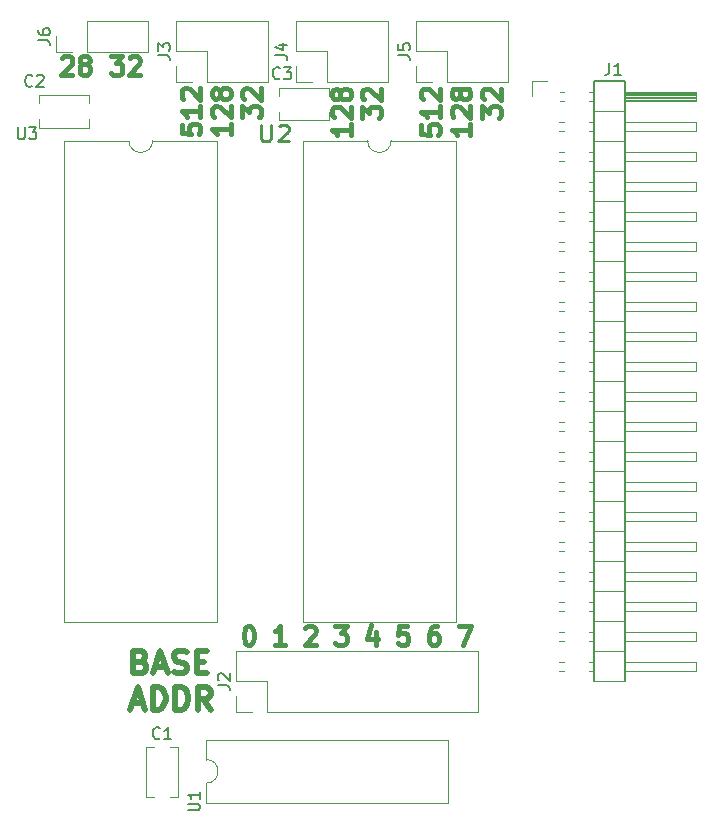
<source format=gto>
G04 #@! TF.GenerationSoftware,KiCad,Pcbnew,(6.0.1)*
G04 #@! TF.CreationDate,2022-09-09T10:36:18-04:00*
G04 #@! TF.ProjectId,LB-MEM-01,4c422d4d-454d-42d3-9031-2e6b69636164,1*
G04 #@! TF.SameCoordinates,Original*
G04 #@! TF.FileFunction,Legend,Top*
G04 #@! TF.FilePolarity,Positive*
%FSLAX46Y46*%
G04 Gerber Fmt 4.6, Leading zero omitted, Abs format (unit mm)*
G04 Created by KiCad (PCBNEW (6.0.1)) date 2022-09-09 10:36:18*
%MOMM*%
%LPD*%
G01*
G04 APERTURE LIST*
%ADD10C,0.381000*%
%ADD11C,0.476250*%
%ADD12C,0.396875*%
%ADD13C,0.254000*%
%ADD14C,0.150000*%
%ADD15C,0.120000*%
G04 APERTURE END LIST*
D10*
X152073428Y-99460654D02*
X152218571Y-99460654D01*
X152363714Y-99536250D01*
X152436285Y-99611845D01*
X152508857Y-99763035D01*
X152581428Y-100065416D01*
X152581428Y-100443392D01*
X152508857Y-100745773D01*
X152436285Y-100896964D01*
X152363714Y-100972559D01*
X152218571Y-101048154D01*
X152073428Y-101048154D01*
X151928285Y-100972559D01*
X151855714Y-100896964D01*
X151783142Y-100745773D01*
X151710571Y-100443392D01*
X151710571Y-100065416D01*
X151783142Y-99763035D01*
X151855714Y-99611845D01*
X151928285Y-99536250D01*
X152073428Y-99460654D01*
X155194000Y-101048154D02*
X154323142Y-101048154D01*
X154758571Y-101048154D02*
X154758571Y-99460654D01*
X154613428Y-99687440D01*
X154468285Y-99838630D01*
X154323142Y-99914226D01*
X156935714Y-99611845D02*
X157008285Y-99536250D01*
X157153428Y-99460654D01*
X157516285Y-99460654D01*
X157661428Y-99536250D01*
X157734000Y-99611845D01*
X157806571Y-99763035D01*
X157806571Y-99914226D01*
X157734000Y-100141011D01*
X156863142Y-101048154D01*
X157806571Y-101048154D01*
X159475714Y-99460654D02*
X160419142Y-99460654D01*
X159911142Y-100065416D01*
X160128857Y-100065416D01*
X160274000Y-100141011D01*
X160346571Y-100216607D01*
X160419142Y-100367797D01*
X160419142Y-100745773D01*
X160346571Y-100896964D01*
X160274000Y-100972559D01*
X160128857Y-101048154D01*
X159693428Y-101048154D01*
X159548285Y-100972559D01*
X159475714Y-100896964D01*
X162886571Y-99989821D02*
X162886571Y-101048154D01*
X162523714Y-99385059D02*
X162160857Y-100518988D01*
X163104285Y-100518988D01*
X165571714Y-99460654D02*
X164846000Y-99460654D01*
X164773428Y-100216607D01*
X164846000Y-100141011D01*
X164991142Y-100065416D01*
X165354000Y-100065416D01*
X165499142Y-100141011D01*
X165571714Y-100216607D01*
X165644285Y-100367797D01*
X165644285Y-100745773D01*
X165571714Y-100896964D01*
X165499142Y-100972559D01*
X165354000Y-101048154D01*
X164991142Y-101048154D01*
X164846000Y-100972559D01*
X164773428Y-100896964D01*
X168111714Y-99460654D02*
X167821428Y-99460654D01*
X167676285Y-99536250D01*
X167603714Y-99611845D01*
X167458571Y-99838630D01*
X167385999Y-100141011D01*
X167385999Y-100745773D01*
X167458571Y-100896964D01*
X167531142Y-100972559D01*
X167676285Y-101048154D01*
X167966571Y-101048154D01*
X168111714Y-100972559D01*
X168184285Y-100896964D01*
X168256857Y-100745773D01*
X168256857Y-100367797D01*
X168184285Y-100216607D01*
X168111714Y-100141011D01*
X167966571Y-100065416D01*
X167676285Y-100065416D01*
X167531142Y-100141011D01*
X167458571Y-100216607D01*
X167385999Y-100367797D01*
X169926000Y-99460654D02*
X170942000Y-99460654D01*
X170288857Y-101048154D01*
D11*
X143003133Y-102470403D02*
X143275276Y-102561117D01*
X143365991Y-102651832D01*
X143456705Y-102833260D01*
X143456705Y-103105403D01*
X143365991Y-103286832D01*
X143275276Y-103377546D01*
X143093848Y-103468260D01*
X142368133Y-103468260D01*
X142368133Y-101563260D01*
X143003133Y-101563260D01*
X143184562Y-101653975D01*
X143275276Y-101744689D01*
X143365991Y-101926117D01*
X143365991Y-102107546D01*
X143275276Y-102288975D01*
X143184562Y-102379689D01*
X143003133Y-102470403D01*
X142368133Y-102470403D01*
X144182419Y-102923975D02*
X145089562Y-102923975D01*
X144000991Y-103468260D02*
X144635991Y-101563260D01*
X145270991Y-103468260D01*
X145815276Y-103377546D02*
X146087419Y-103468260D01*
X146540991Y-103468260D01*
X146722419Y-103377546D01*
X146813133Y-103286832D01*
X146903848Y-103105403D01*
X146903848Y-102923975D01*
X146813133Y-102742546D01*
X146722419Y-102651832D01*
X146540991Y-102561117D01*
X146178133Y-102470403D01*
X145996705Y-102379689D01*
X145905991Y-102288975D01*
X145815276Y-102107546D01*
X145815276Y-101926117D01*
X145905991Y-101744689D01*
X145996705Y-101653975D01*
X146178133Y-101563260D01*
X146631705Y-101563260D01*
X146903848Y-101653975D01*
X147720276Y-102470403D02*
X148355276Y-102470403D01*
X148627419Y-103468260D02*
X147720276Y-103468260D01*
X147720276Y-101563260D01*
X148627419Y-101563260D01*
X142277419Y-105991025D02*
X143184562Y-105991025D01*
X142095991Y-106535310D02*
X142730991Y-104630310D01*
X143365991Y-106535310D01*
X144000991Y-106535310D02*
X144000991Y-104630310D01*
X144454562Y-104630310D01*
X144726705Y-104721025D01*
X144908133Y-104902453D01*
X144998848Y-105083882D01*
X145089562Y-105446739D01*
X145089562Y-105718882D01*
X144998848Y-106081739D01*
X144908133Y-106263167D01*
X144726705Y-106444596D01*
X144454562Y-106535310D01*
X144000991Y-106535310D01*
X145905991Y-106535310D02*
X145905991Y-104630310D01*
X146359562Y-104630310D01*
X146631705Y-104721025D01*
X146813133Y-104902453D01*
X146903848Y-105083882D01*
X146994562Y-105446739D01*
X146994562Y-105718882D01*
X146903848Y-106081739D01*
X146813133Y-106263167D01*
X146631705Y-106444596D01*
X146359562Y-106535310D01*
X145905991Y-106535310D01*
X148899562Y-106535310D02*
X148264562Y-105628167D01*
X147810991Y-106535310D02*
X147810991Y-104630310D01*
X148536705Y-104630310D01*
X148718133Y-104721025D01*
X148808848Y-104811739D01*
X148899562Y-104993167D01*
X148899562Y-105265310D01*
X148808848Y-105446739D01*
X148718133Y-105537453D01*
X148536705Y-105628167D01*
X147810991Y-105628167D01*
D12*
X166754779Y-57050554D02*
X166754779Y-57806506D01*
X167510732Y-57882102D01*
X167435136Y-57806506D01*
X167359541Y-57655316D01*
X167359541Y-57277340D01*
X167435136Y-57126149D01*
X167510732Y-57050554D01*
X167661922Y-56974959D01*
X168039898Y-56974959D01*
X168191089Y-57050554D01*
X168266684Y-57126149D01*
X168342279Y-57277340D01*
X168342279Y-57655316D01*
X168266684Y-57806506D01*
X168191089Y-57882102D01*
X168342279Y-55463054D02*
X168342279Y-56370197D01*
X168342279Y-55916625D02*
X166754779Y-55916625D01*
X166981565Y-56067816D01*
X167132755Y-56219006D01*
X167208351Y-56370197D01*
X166905970Y-54858292D02*
X166830375Y-54782697D01*
X166754779Y-54631506D01*
X166754779Y-54253530D01*
X166830375Y-54102340D01*
X166905970Y-54026744D01*
X167057160Y-53951149D01*
X167208351Y-53951149D01*
X167435136Y-54026744D01*
X168342279Y-54933887D01*
X168342279Y-53951149D01*
X170898154Y-56974959D02*
X170898154Y-57882102D01*
X170898154Y-57428530D02*
X169310654Y-57428530D01*
X169537440Y-57579721D01*
X169688630Y-57730911D01*
X169764226Y-57882102D01*
X169461845Y-56370197D02*
X169386250Y-56294602D01*
X169310654Y-56143411D01*
X169310654Y-55765435D01*
X169386250Y-55614244D01*
X169461845Y-55538649D01*
X169613035Y-55463054D01*
X169764226Y-55463054D01*
X169991011Y-55538649D01*
X170898154Y-56445792D01*
X170898154Y-55463054D01*
X169991011Y-54555911D02*
X169915416Y-54707102D01*
X169839821Y-54782697D01*
X169688630Y-54858292D01*
X169613035Y-54858292D01*
X169461845Y-54782697D01*
X169386250Y-54707102D01*
X169310654Y-54555911D01*
X169310654Y-54253530D01*
X169386250Y-54102340D01*
X169461845Y-54026744D01*
X169613035Y-53951149D01*
X169688630Y-53951149D01*
X169839821Y-54026744D01*
X169915416Y-54102340D01*
X169991011Y-54253530D01*
X169991011Y-54555911D01*
X170066607Y-54707102D01*
X170142202Y-54782697D01*
X170293392Y-54858292D01*
X170595773Y-54858292D01*
X170746964Y-54782697D01*
X170822559Y-54707102D01*
X170898154Y-54555911D01*
X170898154Y-54253530D01*
X170822559Y-54102340D01*
X170746964Y-54026744D01*
X170595773Y-53951149D01*
X170293392Y-53951149D01*
X170142202Y-54026744D01*
X170066607Y-54102340D01*
X169991011Y-54253530D01*
X171866529Y-56445792D02*
X171866529Y-55463054D01*
X172471291Y-55992221D01*
X172471291Y-55765435D01*
X172546886Y-55614244D01*
X172622482Y-55538649D01*
X172773672Y-55463054D01*
X173151648Y-55463054D01*
X173302839Y-55538649D01*
X173378434Y-55614244D01*
X173454029Y-55765435D01*
X173454029Y-56219006D01*
X173378434Y-56370197D01*
X173302839Y-56445792D01*
X172017720Y-54858292D02*
X171942125Y-54782697D01*
X171866529Y-54631506D01*
X171866529Y-54253530D01*
X171942125Y-54102340D01*
X172017720Y-54026744D01*
X172168910Y-53951149D01*
X172320101Y-53951149D01*
X172546886Y-54026744D01*
X173454029Y-54933887D01*
X173454029Y-53951149D01*
X146449779Y-56999754D02*
X146449779Y-57755706D01*
X147205732Y-57831302D01*
X147130136Y-57755706D01*
X147054541Y-57604516D01*
X147054541Y-57226540D01*
X147130136Y-57075349D01*
X147205732Y-56999754D01*
X147356922Y-56924159D01*
X147734898Y-56924159D01*
X147886089Y-56999754D01*
X147961684Y-57075349D01*
X148037279Y-57226540D01*
X148037279Y-57604516D01*
X147961684Y-57755706D01*
X147886089Y-57831302D01*
X148037279Y-55412254D02*
X148037279Y-56319397D01*
X148037279Y-55865825D02*
X146449779Y-55865825D01*
X146676565Y-56017016D01*
X146827755Y-56168206D01*
X146903351Y-56319397D01*
X146600970Y-54807492D02*
X146525375Y-54731897D01*
X146449779Y-54580706D01*
X146449779Y-54202730D01*
X146525375Y-54051540D01*
X146600970Y-53975944D01*
X146752160Y-53900349D01*
X146903351Y-53900349D01*
X147130136Y-53975944D01*
X148037279Y-54883087D01*
X148037279Y-53900349D01*
X150593154Y-56924159D02*
X150593154Y-57831302D01*
X150593154Y-57377730D02*
X149005654Y-57377730D01*
X149232440Y-57528921D01*
X149383630Y-57680111D01*
X149459226Y-57831302D01*
X149156845Y-56319397D02*
X149081250Y-56243802D01*
X149005654Y-56092611D01*
X149005654Y-55714635D01*
X149081250Y-55563444D01*
X149156845Y-55487849D01*
X149308035Y-55412254D01*
X149459226Y-55412254D01*
X149686011Y-55487849D01*
X150593154Y-56394992D01*
X150593154Y-55412254D01*
X149686011Y-54505111D02*
X149610416Y-54656302D01*
X149534821Y-54731897D01*
X149383630Y-54807492D01*
X149308035Y-54807492D01*
X149156845Y-54731897D01*
X149081250Y-54656302D01*
X149005654Y-54505111D01*
X149005654Y-54202730D01*
X149081250Y-54051540D01*
X149156845Y-53975944D01*
X149308035Y-53900349D01*
X149383630Y-53900349D01*
X149534821Y-53975944D01*
X149610416Y-54051540D01*
X149686011Y-54202730D01*
X149686011Y-54505111D01*
X149761607Y-54656302D01*
X149837202Y-54731897D01*
X149988392Y-54807492D01*
X150290773Y-54807492D01*
X150441964Y-54731897D01*
X150517559Y-54656302D01*
X150593154Y-54505111D01*
X150593154Y-54202730D01*
X150517559Y-54051540D01*
X150441964Y-53975944D01*
X150290773Y-53900349D01*
X149988392Y-53900349D01*
X149837202Y-53975944D01*
X149761607Y-54051540D01*
X149686011Y-54202730D01*
X151561529Y-56394992D02*
X151561529Y-55412254D01*
X152166291Y-55941421D01*
X152166291Y-55714635D01*
X152241886Y-55563444D01*
X152317482Y-55487849D01*
X152468672Y-55412254D01*
X152846648Y-55412254D01*
X152997839Y-55487849D01*
X153073434Y-55563444D01*
X153149029Y-55714635D01*
X153149029Y-56168206D01*
X153073434Y-56319397D01*
X152997839Y-56394992D01*
X151712720Y-54807492D02*
X151637125Y-54731897D01*
X151561529Y-54580706D01*
X151561529Y-54202730D01*
X151637125Y-54051540D01*
X151712720Y-53975944D01*
X151863910Y-53900349D01*
X152015101Y-53900349D01*
X152241886Y-53975944D01*
X153149029Y-54883087D01*
X153149029Y-53900349D01*
X136297269Y-51351845D02*
X136372864Y-51276250D01*
X136524055Y-51200654D01*
X136902031Y-51200654D01*
X137053221Y-51276250D01*
X137128816Y-51351845D01*
X137204412Y-51503035D01*
X137204412Y-51654226D01*
X137128816Y-51881011D01*
X136221674Y-52788154D01*
X137204412Y-52788154D01*
X138111555Y-51881011D02*
X137960364Y-51805416D01*
X137884769Y-51729821D01*
X137809174Y-51578630D01*
X137809174Y-51503035D01*
X137884769Y-51351845D01*
X137960364Y-51276250D01*
X138111555Y-51200654D01*
X138413936Y-51200654D01*
X138565126Y-51276250D01*
X138640721Y-51351845D01*
X138716316Y-51503035D01*
X138716316Y-51578630D01*
X138640721Y-51729821D01*
X138565126Y-51805416D01*
X138413936Y-51881011D01*
X138111555Y-51881011D01*
X137960364Y-51956607D01*
X137884769Y-52032202D01*
X137809174Y-52183392D01*
X137809174Y-52485773D01*
X137884769Y-52636964D01*
X137960364Y-52712559D01*
X138111555Y-52788154D01*
X138413936Y-52788154D01*
X138565126Y-52712559D01*
X138640721Y-52636964D01*
X138716316Y-52485773D01*
X138716316Y-52183392D01*
X138640721Y-52032202D01*
X138565126Y-51956607D01*
X138413936Y-51881011D01*
X140455007Y-51200654D02*
X141437745Y-51200654D01*
X140908578Y-51805416D01*
X141135364Y-51805416D01*
X141286555Y-51881011D01*
X141362150Y-51956607D01*
X141437745Y-52107797D01*
X141437745Y-52485773D01*
X141362150Y-52636964D01*
X141286555Y-52712559D01*
X141135364Y-52788154D01*
X140681793Y-52788154D01*
X140530602Y-52712559D01*
X140455007Y-52636964D01*
X142042507Y-51351845D02*
X142118102Y-51276250D01*
X142269293Y-51200654D01*
X142647269Y-51200654D01*
X142798459Y-51276250D01*
X142874055Y-51351845D01*
X142949650Y-51503035D01*
X142949650Y-51654226D01*
X142874055Y-51881011D01*
X141966912Y-52788154D01*
X142949650Y-52788154D01*
X160775217Y-56989159D02*
X160775217Y-57896302D01*
X160775217Y-57442730D02*
X159187717Y-57442730D01*
X159414503Y-57593921D01*
X159565693Y-57745111D01*
X159641289Y-57896302D01*
X159338908Y-56384397D02*
X159263313Y-56308802D01*
X159187717Y-56157611D01*
X159187717Y-55779635D01*
X159263313Y-55628444D01*
X159338908Y-55552849D01*
X159490098Y-55477254D01*
X159641289Y-55477254D01*
X159868074Y-55552849D01*
X160775217Y-56459992D01*
X160775217Y-55477254D01*
X159868074Y-54570111D02*
X159792479Y-54721302D01*
X159716884Y-54796897D01*
X159565693Y-54872492D01*
X159490098Y-54872492D01*
X159338908Y-54796897D01*
X159263313Y-54721302D01*
X159187717Y-54570111D01*
X159187717Y-54267730D01*
X159263313Y-54116540D01*
X159338908Y-54040944D01*
X159490098Y-53965349D01*
X159565693Y-53965349D01*
X159716884Y-54040944D01*
X159792479Y-54116540D01*
X159868074Y-54267730D01*
X159868074Y-54570111D01*
X159943670Y-54721302D01*
X160019265Y-54796897D01*
X160170455Y-54872492D01*
X160472836Y-54872492D01*
X160624027Y-54796897D01*
X160699622Y-54721302D01*
X160775217Y-54570111D01*
X160775217Y-54267730D01*
X160699622Y-54116540D01*
X160624027Y-54040944D01*
X160472836Y-53965349D01*
X160170455Y-53965349D01*
X160019265Y-54040944D01*
X159943670Y-54116540D01*
X159868074Y-54267730D01*
X161743592Y-56459992D02*
X161743592Y-55477254D01*
X162348354Y-56006421D01*
X162348354Y-55779635D01*
X162423949Y-55628444D01*
X162499545Y-55552849D01*
X162650735Y-55477254D01*
X163028711Y-55477254D01*
X163179902Y-55552849D01*
X163255497Y-55628444D01*
X163331092Y-55779635D01*
X163331092Y-56233206D01*
X163255497Y-56384397D01*
X163179902Y-56459992D01*
X161894783Y-54872492D02*
X161819188Y-54796897D01*
X161743592Y-54645706D01*
X161743592Y-54267730D01*
X161819188Y-54116540D01*
X161894783Y-54040944D01*
X162045973Y-53965349D01*
X162197164Y-53965349D01*
X162423949Y-54040944D01*
X163331092Y-54948087D01*
X163331092Y-53965349D01*
D13*
X153143857Y-57019976D02*
X153143857Y-58150880D01*
X153216428Y-58283928D01*
X153289000Y-58350452D01*
X153434142Y-58416976D01*
X153724428Y-58416976D01*
X153869571Y-58350452D01*
X153942142Y-58283928D01*
X154014714Y-58150880D01*
X154014714Y-57019976D01*
X154667857Y-57153023D02*
X154740428Y-57086500D01*
X154885571Y-57019976D01*
X155248428Y-57019976D01*
X155393571Y-57086500D01*
X155466142Y-57153023D01*
X155538714Y-57286071D01*
X155538714Y-57419119D01*
X155466142Y-57618690D01*
X154595285Y-58416976D01*
X155538714Y-58416976D01*
D14*
X182671666Y-51797380D02*
X182671666Y-52511666D01*
X182624047Y-52654523D01*
X182528809Y-52749761D01*
X182385952Y-52797380D01*
X182290714Y-52797380D01*
X183671666Y-52797380D02*
X183100238Y-52797380D01*
X183385952Y-52797380D02*
X183385952Y-51797380D01*
X183290714Y-51940238D01*
X183195476Y-52035476D01*
X183100238Y-52083095D01*
X146982380Y-115061904D02*
X147791904Y-115061904D01*
X147887142Y-115014285D01*
X147934761Y-114966666D01*
X147982380Y-114871428D01*
X147982380Y-114680952D01*
X147934761Y-114585714D01*
X147887142Y-114538095D01*
X147791904Y-114490476D01*
X146982380Y-114490476D01*
X147982380Y-113490476D02*
X147982380Y-114061904D01*
X147982380Y-113776190D02*
X146982380Y-113776190D01*
X147125238Y-113871428D01*
X147220476Y-113966666D01*
X147268095Y-114061904D01*
X132588095Y-57237380D02*
X132588095Y-58046904D01*
X132635714Y-58142142D01*
X132683333Y-58189761D01*
X132778571Y-58237380D01*
X132969047Y-58237380D01*
X133064285Y-58189761D01*
X133111904Y-58142142D01*
X133159523Y-58046904D01*
X133159523Y-57237380D01*
X133540476Y-57237380D02*
X134159523Y-57237380D01*
X133826190Y-57618333D01*
X133969047Y-57618333D01*
X134064285Y-57665952D01*
X134111904Y-57713571D01*
X134159523Y-57808809D01*
X134159523Y-58046904D01*
X134111904Y-58142142D01*
X134064285Y-58189761D01*
X133969047Y-58237380D01*
X133683333Y-58237380D01*
X133588095Y-58189761D01*
X133540476Y-58142142D01*
X144613333Y-108942142D02*
X144565714Y-108989761D01*
X144422857Y-109037380D01*
X144327619Y-109037380D01*
X144184761Y-108989761D01*
X144089523Y-108894523D01*
X144041904Y-108799285D01*
X143994285Y-108608809D01*
X143994285Y-108465952D01*
X144041904Y-108275476D01*
X144089523Y-108180238D01*
X144184761Y-108085000D01*
X144327619Y-108037380D01*
X144422857Y-108037380D01*
X144565714Y-108085000D01*
X144613333Y-108132619D01*
X145565714Y-109037380D02*
X144994285Y-109037380D01*
X145280000Y-109037380D02*
X145280000Y-108037380D01*
X145184761Y-108180238D01*
X145089523Y-108275476D01*
X144994285Y-108323095D01*
X133818333Y-53697142D02*
X133770714Y-53744761D01*
X133627857Y-53792380D01*
X133532619Y-53792380D01*
X133389761Y-53744761D01*
X133294523Y-53649523D01*
X133246904Y-53554285D01*
X133199285Y-53363809D01*
X133199285Y-53220952D01*
X133246904Y-53030476D01*
X133294523Y-52935238D01*
X133389761Y-52840000D01*
X133532619Y-52792380D01*
X133627857Y-52792380D01*
X133770714Y-52840000D01*
X133818333Y-52887619D01*
X134199285Y-52887619D02*
X134246904Y-52840000D01*
X134342142Y-52792380D01*
X134580238Y-52792380D01*
X134675476Y-52840000D01*
X134723095Y-52887619D01*
X134770714Y-52982857D01*
X134770714Y-53078095D01*
X134723095Y-53220952D01*
X134151666Y-53792380D01*
X134770714Y-53792380D01*
X134297380Y-49863333D02*
X135011666Y-49863333D01*
X135154523Y-49910952D01*
X135249761Y-50006190D01*
X135297380Y-50149047D01*
X135297380Y-50244285D01*
X134297380Y-48958571D02*
X134297380Y-49149047D01*
X134345000Y-49244285D01*
X134392619Y-49291904D01*
X134535476Y-49387142D01*
X134725952Y-49434761D01*
X135106904Y-49434761D01*
X135202142Y-49387142D01*
X135249761Y-49339523D01*
X135297380Y-49244285D01*
X135297380Y-49053809D01*
X135249761Y-48958571D01*
X135202142Y-48910952D01*
X135106904Y-48863333D01*
X134868809Y-48863333D01*
X134773571Y-48910952D01*
X134725952Y-48958571D01*
X134678333Y-49053809D01*
X134678333Y-49244285D01*
X134725952Y-49339523D01*
X134773571Y-49387142D01*
X134868809Y-49434761D01*
X154392380Y-51133333D02*
X155106666Y-51133333D01*
X155249523Y-51180952D01*
X155344761Y-51276190D01*
X155392380Y-51419047D01*
X155392380Y-51514285D01*
X154725714Y-50228571D02*
X155392380Y-50228571D01*
X154344761Y-50466666D02*
X155059047Y-50704761D01*
X155059047Y-50085714D01*
X144457380Y-51133333D02*
X145171666Y-51133333D01*
X145314523Y-51180952D01*
X145409761Y-51276190D01*
X145457380Y-51419047D01*
X145457380Y-51514285D01*
X144457380Y-50752380D02*
X144457380Y-50133333D01*
X144838333Y-50466666D01*
X144838333Y-50323809D01*
X144885952Y-50228571D01*
X144933571Y-50180952D01*
X145028809Y-50133333D01*
X145266904Y-50133333D01*
X145362142Y-50180952D01*
X145409761Y-50228571D01*
X145457380Y-50323809D01*
X145457380Y-50609523D01*
X145409761Y-50704761D01*
X145362142Y-50752380D01*
X149522380Y-104473333D02*
X150236666Y-104473333D01*
X150379523Y-104520952D01*
X150474761Y-104616190D01*
X150522380Y-104759047D01*
X150522380Y-104854285D01*
X149617619Y-104044761D02*
X149570000Y-103997142D01*
X149522380Y-103901904D01*
X149522380Y-103663809D01*
X149570000Y-103568571D01*
X149617619Y-103520952D01*
X149712857Y-103473333D01*
X149808095Y-103473333D01*
X149950952Y-103520952D01*
X150522380Y-104092380D01*
X150522380Y-103473333D01*
X164777380Y-51133333D02*
X165491666Y-51133333D01*
X165634523Y-51180952D01*
X165729761Y-51276190D01*
X165777380Y-51419047D01*
X165777380Y-51514285D01*
X164777380Y-50180952D02*
X164777380Y-50657142D01*
X165253571Y-50704761D01*
X165205952Y-50657142D01*
X165158333Y-50561904D01*
X165158333Y-50323809D01*
X165205952Y-50228571D01*
X165253571Y-50180952D01*
X165348809Y-50133333D01*
X165586904Y-50133333D01*
X165682142Y-50180952D01*
X165729761Y-50228571D01*
X165777380Y-50323809D01*
X165777380Y-50561904D01*
X165729761Y-50657142D01*
X165682142Y-50704761D01*
X154773333Y-53062142D02*
X154725714Y-53109761D01*
X154582857Y-53157380D01*
X154487619Y-53157380D01*
X154344761Y-53109761D01*
X154249523Y-53014523D01*
X154201904Y-52919285D01*
X154154285Y-52728809D01*
X154154285Y-52585952D01*
X154201904Y-52395476D01*
X154249523Y-52300238D01*
X154344761Y-52205000D01*
X154487619Y-52157380D01*
X154582857Y-52157380D01*
X154725714Y-52205000D01*
X154773333Y-52252619D01*
X155106666Y-52157380D02*
X155725714Y-52157380D01*
X155392380Y-52538333D01*
X155535238Y-52538333D01*
X155630476Y-52585952D01*
X155678095Y-52633571D01*
X155725714Y-52728809D01*
X155725714Y-52966904D01*
X155678095Y-53062142D01*
X155630476Y-53109761D01*
X155535238Y-53157380D01*
X155249523Y-53157380D01*
X155154285Y-53109761D01*
X155106666Y-53062142D01*
D15*
X156730000Y-99120000D02*
X169650000Y-99120000D01*
X169650000Y-99120000D02*
X169650000Y-58360000D01*
X162190000Y-58360000D02*
X156730000Y-58360000D01*
X156730000Y-58360000D02*
X156730000Y-99120000D01*
X169650000Y-58360000D02*
X164190000Y-58360000D01*
X162190000Y-58360000D02*
G75*
G03*
X164190000Y-58360000I1000000J0D01*
G01*
X180932929Y-93095000D02*
X181330000Y-93095000D01*
X189990000Y-85475000D02*
X183990000Y-85475000D01*
X180932929Y-79635000D02*
X181330000Y-79635000D01*
X178392929Y-77855000D02*
X178847071Y-77855000D01*
X178392929Y-94875000D02*
X178847071Y-94875000D01*
X178392929Y-69475000D02*
X178847071Y-69475000D01*
X183990000Y-97415000D02*
X189990000Y-97415000D01*
X183990000Y-53285000D02*
X181330000Y-53285000D01*
X183990000Y-54295000D02*
X189990000Y-54295000D01*
X178392929Y-82175000D02*
X178847071Y-82175000D01*
X180932929Y-77095000D02*
X181330000Y-77095000D01*
X178392929Y-56775000D02*
X178847071Y-56775000D01*
X181330000Y-71125000D02*
X183990000Y-71125000D01*
X180932929Y-66935000D02*
X181330000Y-66935000D01*
X183990000Y-87255000D02*
X189990000Y-87255000D01*
X178392929Y-62615000D02*
X178847071Y-62615000D01*
X183990000Y-77095000D02*
X189990000Y-77095000D01*
X189990000Y-102495000D02*
X189990000Y-103255000D01*
X178392929Y-61855000D02*
X178847071Y-61855000D01*
X178392929Y-60075000D02*
X178847071Y-60075000D01*
X181330000Y-63505000D02*
X183990000Y-63505000D01*
X189990000Y-97415000D02*
X189990000Y-98175000D01*
X189990000Y-100715000D02*
X183990000Y-100715000D01*
X181330000Y-78745000D02*
X183990000Y-78745000D01*
X189990000Y-82175000D02*
X189990000Y-82935000D01*
X178392929Y-90555000D02*
X178847071Y-90555000D01*
X180932929Y-69475000D02*
X181330000Y-69475000D01*
X178392929Y-92335000D02*
X178847071Y-92335000D01*
X189990000Y-72775000D02*
X183990000Y-72775000D01*
X181330000Y-104145000D02*
X183990000Y-104145000D01*
X180932929Y-94875000D02*
X181330000Y-94875000D01*
X180932929Y-102495000D02*
X181330000Y-102495000D01*
X181330000Y-93985000D02*
X183990000Y-93985000D01*
X183990000Y-64395000D02*
X189990000Y-64395000D01*
X178392929Y-87255000D02*
X178847071Y-87255000D01*
X178392929Y-84715000D02*
X178847071Y-84715000D01*
X180932929Y-100715000D02*
X181330000Y-100715000D01*
X189990000Y-87255000D02*
X189990000Y-88015000D01*
X189990000Y-94875000D02*
X189990000Y-95635000D01*
X181330000Y-55885000D02*
X183990000Y-55885000D01*
X178392929Y-59315000D02*
X178847071Y-59315000D01*
X189990000Y-54995000D02*
X183990000Y-54995000D01*
X183990000Y-54895000D02*
X189990000Y-54895000D01*
X189990000Y-56775000D02*
X189990000Y-57535000D01*
X183990000Y-84715000D02*
X189990000Y-84715000D01*
X183990000Y-89795000D02*
X189990000Y-89795000D01*
X180932929Y-57535000D02*
X181330000Y-57535000D01*
X181330000Y-66045000D02*
X183990000Y-66045000D01*
X178392929Y-72775000D02*
X178847071Y-72775000D01*
X178392929Y-74555000D02*
X178847071Y-74555000D01*
X183990000Y-79635000D02*
X189990000Y-79635000D01*
X180932929Y-99955000D02*
X181330000Y-99955000D01*
X189990000Y-64395000D02*
X189990000Y-65155000D01*
X178392929Y-79635000D02*
X178847071Y-79635000D01*
X180932929Y-65155000D02*
X181330000Y-65155000D01*
X180932929Y-59315000D02*
X181330000Y-59315000D01*
X183990000Y-66935000D02*
X189990000Y-66935000D01*
X189990000Y-98175000D02*
X183990000Y-98175000D01*
X180932929Y-74555000D02*
X181330000Y-74555000D01*
X180932929Y-62615000D02*
X181330000Y-62615000D01*
X183990000Y-82175000D02*
X189990000Y-82175000D01*
X189990000Y-72015000D02*
X189990000Y-72775000D01*
X181330000Y-91445000D02*
X183990000Y-91445000D01*
X178392929Y-103255000D02*
X178847071Y-103255000D01*
X178392929Y-88015000D02*
X178847071Y-88015000D01*
X180932929Y-82935000D02*
X181330000Y-82935000D01*
X189990000Y-65155000D02*
X183990000Y-65155000D01*
X189990000Y-62615000D02*
X183990000Y-62615000D01*
D14*
X181330000Y-53285000D02*
X183990000Y-53285000D01*
D15*
X178392929Y-67695000D02*
X178847071Y-67695000D01*
X180932929Y-98175000D02*
X181330000Y-98175000D01*
X183990000Y-72015000D02*
X189990000Y-72015000D01*
X180932929Y-87255000D02*
X181330000Y-87255000D01*
X189990000Y-89795000D02*
X189990000Y-90555000D01*
X178392929Y-70235000D02*
X178847071Y-70235000D01*
X189990000Y-54235000D02*
X189990000Y-54995000D01*
X180932929Y-103255000D02*
X181330000Y-103255000D01*
X181330000Y-86365000D02*
X183990000Y-86365000D01*
X180932929Y-88015000D02*
X181330000Y-88015000D01*
X181330000Y-99065000D02*
X183990000Y-99065000D01*
X180932929Y-90555000D02*
X181330000Y-90555000D01*
X189990000Y-75315000D02*
X183990000Y-75315000D01*
X189990000Y-103255000D02*
X183990000Y-103255000D01*
X183990000Y-92335000D02*
X189990000Y-92335000D01*
X189990000Y-57535000D02*
X183990000Y-57535000D01*
X180932929Y-75315000D02*
X181330000Y-75315000D01*
X178392929Y-65155000D02*
X178847071Y-65155000D01*
X181330000Y-58425000D02*
X183990000Y-58425000D01*
X189990000Y-60075000D02*
X183990000Y-60075000D01*
X183990000Y-54415000D02*
X189990000Y-54415000D01*
X189990000Y-74555000D02*
X189990000Y-75315000D01*
X189990000Y-82935000D02*
X183990000Y-82935000D01*
X178392929Y-100715000D02*
X178847071Y-100715000D01*
X180932929Y-84715000D02*
X181330000Y-84715000D01*
X178392929Y-72015000D02*
X178847071Y-72015000D01*
X183990000Y-54655000D02*
X189990000Y-54655000D01*
X189990000Y-77855000D02*
X183990000Y-77855000D01*
X183990000Y-54775000D02*
X189990000Y-54775000D01*
X183990000Y-99955000D02*
X189990000Y-99955000D01*
D14*
X181330000Y-104145000D02*
X181330000Y-53285000D01*
D15*
X178392929Y-95635000D02*
X178847071Y-95635000D01*
X189990000Y-77095000D02*
X189990000Y-77855000D01*
X178392929Y-66935000D02*
X178847071Y-66935000D01*
X180932929Y-95635000D02*
X181330000Y-95635000D01*
X181330000Y-60965000D02*
X183990000Y-60965000D01*
X180932929Y-85475000D02*
X181330000Y-85475000D01*
X181330000Y-83825000D02*
X183990000Y-83825000D01*
X180932929Y-72015000D02*
X181330000Y-72015000D01*
X183990000Y-54535000D02*
X189990000Y-54535000D01*
X178392929Y-77095000D02*
X178847071Y-77095000D01*
X183990000Y-61855000D02*
X189990000Y-61855000D01*
X180932929Y-97415000D02*
X181330000Y-97415000D01*
X189990000Y-79635000D02*
X189990000Y-80395000D01*
X180932929Y-54995000D02*
X181330000Y-54995000D01*
X180932929Y-89795000D02*
X181330000Y-89795000D01*
X178460000Y-54995000D02*
X178847071Y-54995000D01*
X189990000Y-67695000D02*
X183990000Y-67695000D01*
X189990000Y-59315000D02*
X189990000Y-60075000D01*
X180932929Y-80395000D02*
X181330000Y-80395000D01*
X189990000Y-84715000D02*
X189990000Y-85475000D01*
X180932929Y-72775000D02*
X181330000Y-72775000D01*
X176080000Y-54615000D02*
X176080000Y-53345000D01*
X180932929Y-61855000D02*
X181330000Y-61855000D01*
X183990000Y-54235000D02*
X189990000Y-54235000D01*
X183990000Y-59315000D02*
X189990000Y-59315000D01*
X181330000Y-76205000D02*
X183990000Y-76205000D01*
X178392929Y-93095000D02*
X178847071Y-93095000D01*
X176080000Y-53345000D02*
X177350000Y-53345000D01*
X181330000Y-101605000D02*
X183990000Y-101605000D01*
X178392929Y-98175000D02*
X178847071Y-98175000D01*
X178392929Y-75315000D02*
X178847071Y-75315000D01*
X180932929Y-92335000D02*
X181330000Y-92335000D01*
X183990000Y-69475000D02*
X189990000Y-69475000D01*
X180932929Y-77855000D02*
X181330000Y-77855000D01*
X181330000Y-68585000D02*
X183990000Y-68585000D01*
X180932929Y-64395000D02*
X181330000Y-64395000D01*
X178392929Y-97415000D02*
X178847071Y-97415000D01*
X178392929Y-82935000D02*
X178847071Y-82935000D01*
X178392929Y-89795000D02*
X178847071Y-89795000D01*
X178392929Y-80395000D02*
X178847071Y-80395000D01*
X189990000Y-90555000D02*
X183990000Y-90555000D01*
X180932929Y-60075000D02*
X181330000Y-60075000D01*
X189990000Y-61855000D02*
X189990000Y-62615000D01*
X183990000Y-102495000D02*
X189990000Y-102495000D01*
X189990000Y-95635000D02*
X183990000Y-95635000D01*
X178392929Y-57535000D02*
X178847071Y-57535000D01*
X189990000Y-88015000D02*
X183990000Y-88015000D01*
X180932929Y-56775000D02*
X181330000Y-56775000D01*
X178392929Y-102495000D02*
X178847071Y-102495000D01*
D14*
X183990000Y-53285000D02*
X183990000Y-104145000D01*
D15*
X189990000Y-80395000D02*
X183990000Y-80395000D01*
X183990000Y-56775000D02*
X189990000Y-56775000D01*
X180932929Y-82175000D02*
X181330000Y-82175000D01*
X189990000Y-99955000D02*
X189990000Y-100715000D01*
X178460000Y-54235000D02*
X178847071Y-54235000D01*
X189990000Y-70235000D02*
X183990000Y-70235000D01*
X189990000Y-93095000D02*
X183990000Y-93095000D01*
X180932929Y-67695000D02*
X181330000Y-67695000D01*
X181330000Y-73665000D02*
X183990000Y-73665000D01*
X189990000Y-92335000D02*
X189990000Y-93095000D01*
X183990000Y-74555000D02*
X189990000Y-74555000D01*
X180932929Y-54235000D02*
X181330000Y-54235000D01*
X189990000Y-69475000D02*
X189990000Y-70235000D01*
X181330000Y-88905000D02*
X183990000Y-88905000D01*
X178392929Y-85475000D02*
X178847071Y-85475000D01*
X178392929Y-64395000D02*
X178847071Y-64395000D01*
X189990000Y-66935000D02*
X189990000Y-67695000D01*
X178392929Y-99955000D02*
X178847071Y-99955000D01*
X181330000Y-81285000D02*
X183990000Y-81285000D01*
X183990000Y-94875000D02*
X189990000Y-94875000D01*
X181330000Y-96525000D02*
X183990000Y-96525000D01*
X180932929Y-70235000D02*
X181330000Y-70235000D01*
X168970000Y-114410000D02*
X168970000Y-109110000D01*
X148530000Y-109110000D02*
X148530000Y-110760000D01*
X168970000Y-109110000D02*
X148530000Y-109110000D01*
X148530000Y-112760000D02*
X148530000Y-114410000D01*
X148530000Y-114410000D02*
X168970000Y-114410000D01*
X148530000Y-112760000D02*
G75*
G03*
X148530000Y-110760000I0J1000000D01*
G01*
X136535000Y-99120000D02*
X149455000Y-99120000D01*
X141995000Y-58360000D02*
X136535000Y-58360000D01*
X149455000Y-99120000D02*
X149455000Y-58360000D01*
X149455000Y-58360000D02*
X143995000Y-58360000D01*
X136535000Y-58360000D02*
X136535000Y-99120000D01*
X141995000Y-58360000D02*
G75*
G03*
X143995000Y-58360000I1000000J0D01*
G01*
X143410000Y-113900000D02*
X143410000Y-109660000D01*
X145445000Y-109660000D02*
X146150000Y-109660000D01*
X143410000Y-109660000D02*
X144115000Y-109660000D01*
X146150000Y-113900000D02*
X146150000Y-109660000D01*
X145445000Y-113900000D02*
X146150000Y-113900000D01*
X143410000Y-113900000D02*
X144115000Y-113900000D01*
X138645000Y-54510000D02*
X134405000Y-54510000D01*
X138645000Y-55215000D02*
X138645000Y-54510000D01*
X134405000Y-55215000D02*
X134405000Y-54510000D01*
X138645000Y-57250000D02*
X138645000Y-56545000D01*
X134405000Y-57250000D02*
X134405000Y-56545000D01*
X138645000Y-57250000D02*
X134405000Y-57250000D01*
X143585000Y-50860000D02*
X143585000Y-48200000D01*
X138445000Y-50860000D02*
X143585000Y-50860000D01*
X138445000Y-50860000D02*
X138445000Y-48200000D01*
X135845000Y-50860000D02*
X135845000Y-49530000D01*
X138445000Y-48200000D02*
X143585000Y-48200000D01*
X137175000Y-50860000D02*
X135845000Y-50860000D01*
X158765000Y-53405000D02*
X163905000Y-53405000D01*
X157495000Y-53405000D02*
X156165000Y-53405000D01*
X158765000Y-53405000D02*
X158765000Y-50805000D01*
X156165000Y-48205000D02*
X163905000Y-48205000D01*
X156165000Y-50805000D02*
X156165000Y-48205000D01*
X163905000Y-53405000D02*
X163905000Y-48205000D01*
X156165000Y-53405000D02*
X156165000Y-52075000D01*
X158765000Y-50805000D02*
X156165000Y-50805000D01*
X146005000Y-53405000D02*
X146005000Y-52075000D01*
X148605000Y-53405000D02*
X148605000Y-50805000D01*
X153745000Y-53405000D02*
X153745000Y-48205000D01*
X146005000Y-48205000D02*
X153745000Y-48205000D01*
X148605000Y-50805000D02*
X146005000Y-50805000D01*
X147335000Y-53405000D02*
X146005000Y-53405000D01*
X146005000Y-50805000D02*
X146005000Y-48205000D01*
X148605000Y-53405000D02*
X153745000Y-53405000D01*
X153670000Y-106740000D02*
X171510000Y-106740000D01*
X151070000Y-106740000D02*
X151070000Y-105410000D01*
X151070000Y-104140000D02*
X151070000Y-101540000D01*
X152400000Y-106740000D02*
X151070000Y-106740000D01*
X153670000Y-106740000D02*
X153670000Y-104140000D01*
X153670000Y-104140000D02*
X151070000Y-104140000D01*
X151070000Y-101540000D02*
X171510000Y-101540000D01*
X171510000Y-106740000D02*
X171510000Y-101540000D01*
X168925000Y-53405000D02*
X168925000Y-50805000D01*
X168925000Y-50805000D02*
X166325000Y-50805000D01*
X174065000Y-53405000D02*
X174065000Y-48205000D01*
X167655000Y-53405000D02*
X166325000Y-53405000D01*
X166325000Y-50805000D02*
X166325000Y-48205000D01*
X166325000Y-48205000D02*
X174065000Y-48205000D01*
X168925000Y-53405000D02*
X174065000Y-53405000D01*
X166325000Y-53405000D02*
X166325000Y-52075000D01*
X154725000Y-54580000D02*
X154725000Y-53875000D01*
X158965000Y-56615000D02*
X154725000Y-56615000D01*
X158965000Y-53875000D02*
X154725000Y-53875000D01*
X154725000Y-56615000D02*
X154725000Y-55910000D01*
X158965000Y-54580000D02*
X158965000Y-53875000D01*
X158965000Y-56615000D02*
X158965000Y-55910000D01*
M02*

</source>
